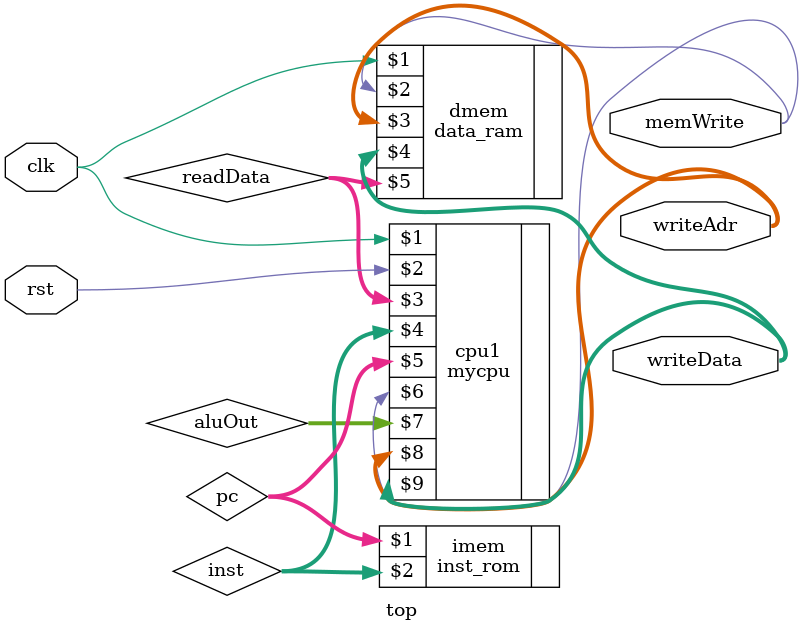
<source format=v>
`include "defines.v"

module top (
	input  wire clk, rst,
	output wire[31:0] writeData, writeAdr,
	output wire memWrite
    );

	wire[31:0] pc,inst,readData, aluOut;
	mycpu cpu1(clk, rst,readData,inst,pc,memWrite,aluOut, writeAdr, writeData);
 	inst_rom imem(pc, inst);
	data_ram dmem(clk, memWrite, writeAdr, writeData, readData);
endmodule
</source>
